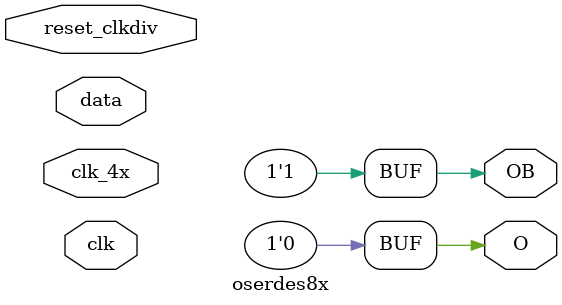
<source format=v>

`timescale 1ns/1ps
`default_nettype none //do not use implicit wire for port connections

module oserdes8x (
    input wire clk,
    input wire clk_4x,
    input wire reset_clkdiv, // active high
    input wire [7:0] data,   // 8 bits of input data
    output wire O,           // pin output
    output wire OB           // pin output
  );

  assign O = 1'b0;
  assign OB = 1'b1;

endmodule
`resetall



</source>
